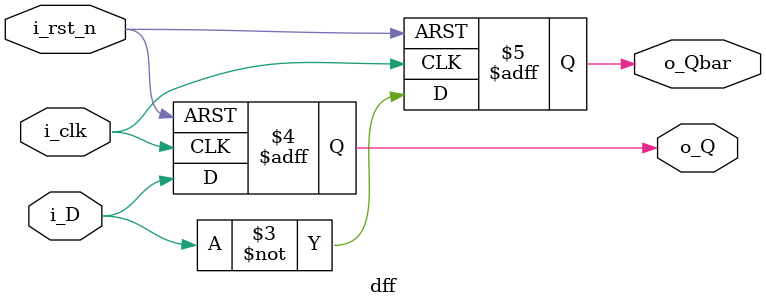
<source format=v>

`timescale 1ns / 1ns
`default_nettype none

module dff(i_D,i_clk,i_rst_n,o_Q,o_Qbar);

input wire i_D,i_clk,i_rst_n;
output reg o_Q,o_Qbar;

always @(posedge i_clk,negedge i_rst_n)
begin
    if(!i_rst_n)begin
        o_Q=0;
        o_Qbar=1;
    end
    else begin
        o_Q<=i_D;
        o_Qbar<=~i_D;
    end
end
endmodule

</source>
